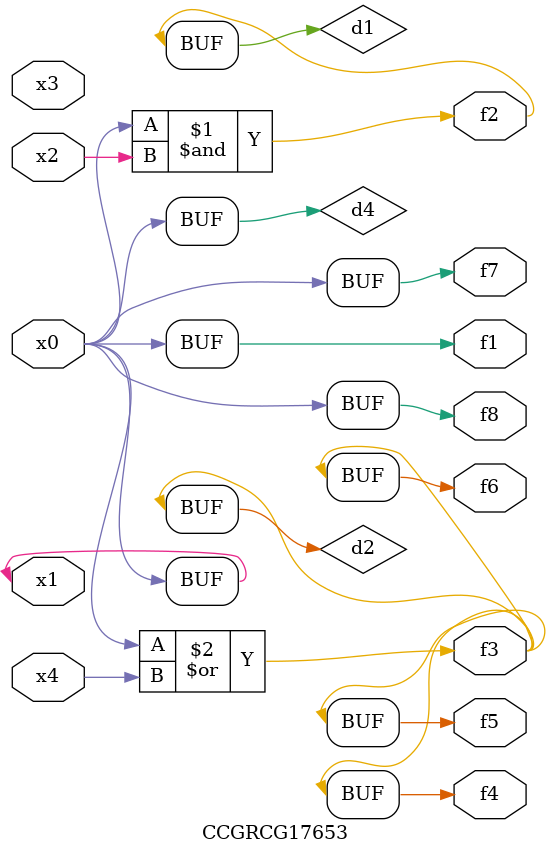
<source format=v>
module CCGRCG17653(
	input x0, x1, x2, x3, x4,
	output f1, f2, f3, f4, f5, f6, f7, f8
);

	wire d1, d2, d3, d4;

	and (d1, x0, x2);
	or (d2, x0, x4);
	nand (d3, x0, x2);
	buf (d4, x0, x1);
	assign f1 = d4;
	assign f2 = d1;
	assign f3 = d2;
	assign f4 = d2;
	assign f5 = d2;
	assign f6 = d2;
	assign f7 = d4;
	assign f8 = d4;
endmodule

</source>
